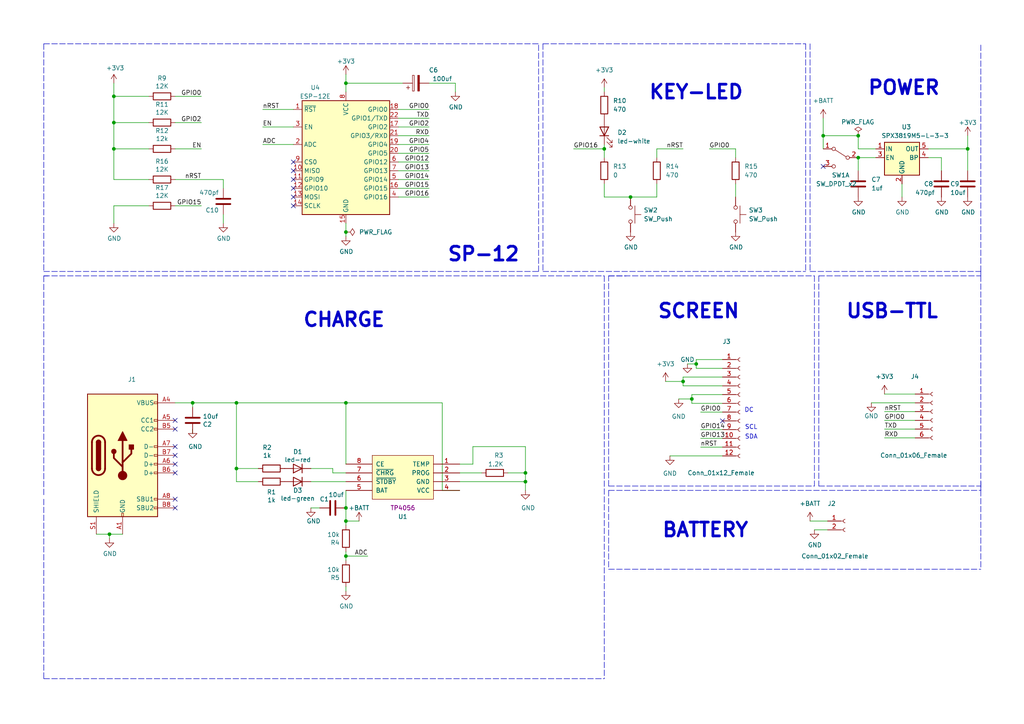
<source format=kicad_sch>
(kicad_sch (version 20211123) (generator eeschema)
  (paper "A4")
  (lib_symbols
    (symbol "Connector:Conn_01x02_Female" (pin_names (offset 1.016) hide)
      (property "Reference" "J" (at 0 2.54 0))
      (property "Value" "Conn_01x02_Female" (at 0 -5.08 0))
      (symbol "Conn_01x02_Female_1_1"
        (arc (start 0 -2.032) (mid -0.508 -2.54) (end 0 -3.048) (stroke (width 0.1524)))
        (polyline (pts (xy -1.27 -2.54) (xy -0.508 -2.54)) (stroke (width 0.1524)))
        (polyline (pts (xy -1.27 0) (xy -0.508 0)) (stroke (width 0.1524)))
        (arc (start 0 0.508) (mid -0.508 0) (end 0 -0.508) (stroke (width 0.1524)))
        (pin passive line (at -5.08 0 0) (length 3.81) (name "Pin_1") (number "1"))
        (pin passive line (at -5.08 -2.54 0) (length 3.81) (name "Pin_2") (number "2"))
      )
    )
    (symbol "Connector:Conn_01x06_Female" (pin_names (offset 1.016) hide)
      (property "Reference" "J" (at 0 7.62 0))
      (property "Value" "Conn_01x06_Female" (at 0 -10.16 0))
      (symbol "Conn_01x06_Female_1_1"
        (arc (start 0 -7.112) (mid -0.508 -7.62) (end 0 -8.128) (stroke (width 0.1524)))
        (arc (start 0 -4.572) (mid -0.508 -5.08) (end 0 -5.588) (stroke (width 0.1524)))
        (arc (start 0 -2.032) (mid -0.508 -2.54) (end 0 -3.048) (stroke (width 0.1524)))
        (polyline (pts (xy -1.27 -7.62) (xy -0.508 -7.62)) (stroke (width 0.1524)))
        (polyline (pts (xy -1.27 -5.08) (xy -0.508 -5.08)) (stroke (width 0.1524)))
        (polyline (pts (xy -1.27 -2.54) (xy -0.508 -2.54)) (stroke (width 0.1524)))
        (polyline (pts (xy -1.27 0) (xy -0.508 0)) (stroke (width 0.1524)))
        (polyline (pts (xy -1.27 2.54) (xy -0.508 2.54)) (stroke (width 0.1524)))
        (polyline (pts (xy -1.27 5.08) (xy -0.508 5.08)) (stroke (width 0.1524)))
        (arc (start 0 0.508) (mid -0.508 0) (end 0 -0.508) (stroke (width 0.1524)))
        (arc (start 0 3.048) (mid -0.508 2.54) (end 0 2.032) (stroke (width 0.1524)))
        (arc (start 0 5.588) (mid -0.508 5.08) (end 0 4.572) (stroke (width 0.1524)))
        (pin passive line (at -5.08 5.08 0) (length 3.81) (name "Pin_1") (number "1"))
        (pin passive line (at -5.08 2.54 0) (length 3.81) (name "Pin_2") (number "2"))
        (pin passive line (at -5.08 0 0) (length 3.81) (name "Pin_3") (number "3"))
        (pin passive line (at -5.08 -2.54 0) (length 3.81) (name "Pin_4") (number "4"))
        (pin passive line (at -5.08 -5.08 0) (length 3.81) (name "Pin_5") (number "5"))
        (pin passive line (at -5.08 -7.62 0) (length 3.81) (name "Pin_6") (number "6"))
      )
    )
    (symbol "Connector:Conn_01x12_Female" (pin_names (offset 1.016) hide)
      (property "Reference" "J" (at 0 15.24 0))
      (property "Value" "Conn_01x12_Female" (at 0 -17.78 0))
      (symbol "Conn_01x12_Female_1_1"
        (arc (start 0 -14.732) (mid -0.508 -15.24) (end 0 -15.748) (stroke (width 0.1524)))
        (arc (start 0 -12.192) (mid -0.508 -12.7) (end 0 -13.208) (stroke (width 0.1524)))
        (arc (start 0 -9.652) (mid -0.508 -10.16) (end 0 -10.668) (stroke (width 0.1524)))
        (arc (start 0 -7.112) (mid -0.508 -7.62) (end 0 -8.128) (stroke (width 0.1524)))
        (arc (start 0 -4.572) (mid -0.508 -5.08) (end 0 -5.588) (stroke (width 0.1524)))
        (arc (start 0 -2.032) (mid -0.508 -2.54) (end 0 -3.048) (stroke (width 0.1524)))
        (polyline (pts (xy -1.27 -15.24) (xy -0.508 -15.24)) (stroke (width 0.1524)))
        (polyline (pts (xy -1.27 -12.7) (xy -0.508 -12.7)) (stroke (width 0.1524)))
        (polyline (pts (xy -1.27 -10.16) (xy -0.508 -10.16)) (stroke (width 0.1524)))
        (polyline (pts (xy -1.27 -7.62) (xy -0.508 -7.62)) (stroke (width 0.1524)))
        (polyline (pts (xy -1.27 -5.08) (xy -0.508 -5.08)) (stroke (width 0.1524)))
        (polyline (pts (xy -1.27 -2.54) (xy -0.508 -2.54)) (stroke (width 0.1524)))
        (polyline (pts (xy -1.27 0) (xy -0.508 0)) (stroke (width 0.1524)))
        (polyline (pts (xy -1.27 2.54) (xy -0.508 2.54)) (stroke (width 0.1524)))
        (polyline (pts (xy -1.27 5.08) (xy -0.508 5.08)) (stroke (width 0.1524)))
        (polyline (pts (xy -1.27 7.62) (xy -0.508 7.62)) (stroke (width 0.1524)))
        (polyline (pts (xy -1.27 10.16) (xy -0.508 10.16)) (stroke (width 0.1524)))
        (polyline (pts (xy -1.27 12.7) (xy -0.508 12.7)) (stroke (width 0.1524)))
        (arc (start 0 0.508) (mid -0.508 0) (end 0 -0.508) (stroke (width 0.1524)))
        (arc (start 0 3.048) (mid -0.508 2.54) (end 0 2.032) (stroke (width 0.1524)))
        (arc (start 0 5.588) (mid -0.508 5.08) (end 0 4.572) (stroke (width 0.1524)))
        (arc (start 0 8.128) (mid -0.508 7.62) (end 0 7.112) (stroke (width 0.1524)))
        (arc (start 0 10.668) (mid -0.508 10.16) (end 0 9.652) (stroke (width 0.1524)))
        (arc (start 0 13.208) (mid -0.508 12.7) (end 0 12.192) (stroke (width 0.1524)))
        (pin passive line (at -5.08 12.7 0) (length 3.81) (name "Pin_1") (number "1"))
        (pin passive line (at -5.08 -10.16 0) (length 3.81) (name "Pin_10") (number "10"))
        (pin passive line (at -5.08 -12.7 0) (length 3.81) (name "Pin_11") (number "11"))
        (pin passive line (at -5.08 -15.24 0) (length 3.81) (name "Pin_12") (number "12"))
        (pin passive line (at -5.08 10.16 0) (length 3.81) (name "Pin_2") (number "2"))
        (pin passive line (at -5.08 7.62 0) (length 3.81) (name "Pin_3") (number "3"))
        (pin passive line (at -5.08 5.08 0) (length 3.81) (name "Pin_4") (number "4"))
        (pin passive line (at -5.08 2.54 0) (length 3.81) (name "Pin_5") (number "5"))
        (pin passive line (at -5.08 0 0) (length 3.81) (name "Pin_6") (number "6"))
        (pin passive line (at -5.08 -2.54 0) (length 3.81) (name "Pin_7") (number "7"))
        (pin passive line (at -5.08 -5.08 0) (length 3.81) (name "Pin_8") (number "8"))
        (pin passive line (at -5.08 -7.62 0) (length 3.81) (name "Pin_9") (number "9"))
      )
    )
    (symbol "Connector:USB_C_Receptacle_USB2.0" (pin_names (offset 1.016))
      (property "Reference" "J" (at -10.16 19.05 0))
      (property "Value" "USB_C_Receptacle_USB2.0" (at 19.05 19.05 0))
      (symbol "USB_C_Receptacle_USB2.0_0_0"
        (rectangle (start -0.254 -17.78) (end 0.254 -16.764))
        (rectangle (start 10.16 -14.986) (end 9.144 -15.494))
        (rectangle (start 10.16 -12.446) (end 9.144 -12.954))
        (rectangle (start 10.16 -4.826) (end 9.144 -5.334))
        (rectangle (start 10.16 -2.286) (end 9.144 -2.794))
        (rectangle (start 10.16 0.254) (end 9.144 -0.254))
        (rectangle (start 10.16 2.794) (end 9.144 2.286))
        (rectangle (start 10.16 7.874) (end 9.144 7.366))
        (rectangle (start 10.16 10.414) (end 9.144 9.906))
        (rectangle (start 10.16 15.494) (end 9.144 14.986))
      )
      (symbol "USB_C_Receptacle_USB2.0_0_1"
        (rectangle (start -10.16 17.78) (end 10.16 -17.78) (stroke (width 0.254)) (fill (type background)))
        (arc (start -8.89 -3.81) (mid -6.985 -5.715) (end -5.08 -3.81) (stroke (width 0.508)))
        (arc (start -7.62 -3.81) (mid -6.985 -4.445) (end -6.35 -3.81) (stroke (width 0.254)))
        (arc (start -7.62 -3.81) (mid -6.985 -4.445) (end -6.35 -3.81) (stroke (width 0.254)) (fill (type outline)))
        (rectangle (start -7.62 -3.81) (end -6.35 3.81) (stroke (width 0.254)) (fill (type outline)))
        (arc (start -6.35 3.81) (mid -6.985 4.445) (end -7.62 3.81) (stroke (width 0.254)))
        (arc (start -6.35 3.81) (mid -6.985 4.445) (end -7.62 3.81) (stroke (width 0.254)) (fill (type outline)))
        (arc (start -5.08 3.81) (mid -6.985 5.715) (end -8.89 3.81) (stroke (width 0.508)))
        (circle (center -2.54 1.143) (radius 0.635) (stroke (width 0.254)) (fill (type outline)))
        (circle (center 0 -5.842) (radius 1.27) (fill (type outline)))
        (polyline (pts (xy -8.89 -3.81) (xy -8.89 3.81)) (stroke (width 0.508)))
        (polyline (pts (xy -5.08 3.81) (xy -5.08 -3.81)) (stroke (width 0.508)))
        (polyline (pts (xy 0 -5.842) (xy 0 4.318)) (stroke (width 0.508)))
        (polyline (pts (xy 0 -3.302) (xy -2.54 -0.762) (xy -2.54 0.508)) (stroke (width 0.508)))
        (polyline (pts (xy 0 -2.032) (xy 2.54 0.508) (xy 2.54 1.778)) (stroke (width 0.508)))
        (polyline (pts (xy -1.27 4.318) (xy 0 6.858) (xy 1.27 4.318) (xy -1.27 4.318)) (stroke (width 0.254)) (fill (type outline)))
        (rectangle (start 1.905 1.778) (end 3.175 3.048) (stroke (width 0.254)) (fill (type outline)))
      )
      (symbol "USB_C_Receptacle_USB2.0_1_1"
        (pin passive line (at 0 -22.86 90) (length 5.08) (name "GND") (number "A1"))
        (pin passive line (at 0 -22.86 90) (length 5.08) hide (name "GND") (number "A12"))
        (pin passive line (at 15.24 15.24 180) (length 5.08) (name "VBUS") (number "A4"))
        (pin bidirectional line (at 15.24 10.16 180) (length 5.08) (name "CC1") (number "A5"))
        (pin bidirectional line (at 15.24 -2.54 180) (length 5.08) (name "D+") (number "A6"))
        (pin bidirectional line (at 15.24 2.54 180) (length 5.08) (name "D-") (number "A7"))
        (pin bidirectional line (at 15.24 -12.7 180) (length 5.08) (name "SBU1") (number "A8"))
        (pin passive line (at 15.24 15.24 180) (length 5.08) hide (name "VBUS") (number "A9"))
        (pin passive line (at 0 -22.86 90) (length 5.08) hide (name "GND") (number "B1"))
        (pin passive line (at 0 -22.86 90) (length 5.08) hide (name "GND") (number "B12"))
        (pin passive line (at 15.24 15.24 180) (length 5.08) hide (name "VBUS") (number "B4"))
        (pin bidirectional line (at 15.24 7.62 180) (length 5.08) (name "CC2") (number "B5"))
        (pin bidirectional line (at 15.24 -5.08 180) (length 5.08) (name "D+") (number "B6"))
        (pin bidirectional line (at 15.24 0 180) (length 5.08) (name "D-") (number "B7"))
        (pin bidirectional line (at 15.24 -15.24 180) (length 5.08) (name "SBU2") (number "B8"))
        (pin passive line (at 15.24 15.24 180) (length 5.08) hide (name "VBUS") (number "B9"))
        (pin passive line (at -7.62 -22.86 90) (length 5.08) (name "SHIELD") (number "S1"))
      )
    )
    (symbol "Device:C" (pin_numbers hide) (pin_names (offset 0.254))
      (property "Reference" "C" (at 0.635 2.54 0))
      (property "Value" "C" (at 0.635 -2.54 0))
      (symbol "C_0_1"
        (polyline (pts (xy -2.032 -0.762) (xy 2.032 -0.762)) (stroke (width 0.508)))
        (polyline (pts (xy -2.032 0.762) (xy 2.032 0.762)) (stroke (width 0.508)))
      )
      (symbol "C_1_1"
        (pin passive line (at 0 3.81 270) (length 2.794) (name "~") (number "1"))
        (pin passive line (at 0 -3.81 90) (length 2.794) (name "~") (number "2"))
      )
    )
    (symbol "Device:C_Polarized" (pin_numbers hide) (pin_names (offset 0.254))
      (property "Reference" "C" (at 0.635 2.54 0))
      (property "Value" "C_Polarized" (at 0.635 -2.54 0))
      (symbol "C_Polarized_0_1"
        (rectangle (start -2.286 0.508) (end 2.286 1.016))
        (polyline (pts (xy -1.778 2.286) (xy -0.762 2.286)))
        (polyline (pts (xy -1.27 2.794) (xy -1.27 1.778)))
        (rectangle (start 2.286 -0.508) (end -2.286 -1.016) (fill (type outline)))
      )
      (symbol "C_Polarized_1_1"
        (pin passive line (at 0 3.81 270) (length 2.794) (name "~") (number "1"))
        (pin passive line (at 0 -3.81 90) (length 2.794) (name "~") (number "2"))
      )
    )
    (symbol "Device:D" (pin_numbers hide) (pin_names (offset 1.016) hide)
      (property "Reference" "D" (at 0 2.54 0))
      (property "Value" "D" (at 0 -2.54 0))
      (symbol "D_0_1"
        (polyline (pts (xy -1.27 1.27) (xy -1.27 -1.27)) (stroke (width 0.254)))
        (polyline (pts (xy 1.27 0) (xy -1.27 0)))
        (polyline (pts (xy 1.27 1.27) (xy 1.27 -1.27) (xy -1.27 0) (xy 1.27 1.27)) (stroke (width 0.254)))
      )
      (symbol "D_1_1"
        (pin passive line (at -3.81 0 0) (length 2.54) (name "K") (number "1"))
        (pin passive line (at 3.81 0 180) (length 2.54) (name "A") (number "2"))
      )
    )
    (symbol "Device:LED" (pin_numbers hide) (pin_names (offset 1.016) hide)
      (property "Reference" "D" (at 0 2.54 0))
      (property "Value" "LED" (at 0 -2.54 0))
      (symbol "LED_0_1"
        (polyline (pts (xy -1.27 -1.27) (xy -1.27 1.27)) (stroke (width 0.254)))
        (polyline (pts (xy -1.27 0) (xy 1.27 0)))
        (polyline (pts (xy 1.27 -1.27) (xy 1.27 1.27) (xy -1.27 0) (xy 1.27 -1.27)) (stroke (width 0.254)))
        (polyline (pts (xy -3.048 -0.762) (xy -4.572 -2.286) (xy -3.81 -2.286) (xy -4.572 -2.286) (xy -4.572 -1.524)))
        (polyline (pts (xy -1.778 -0.762) (xy -3.302 -2.286) (xy -2.54 -2.286) (xy -3.302 -2.286) (xy -3.302 -1.524)))
      )
      (symbol "LED_1_1"
        (pin passive line (at -3.81 0 0) (length 2.54) (name "K") (number "1"))
        (pin passive line (at 3.81 0 180) (length 2.54) (name "A") (number "2"))
      )
    )
    (symbol "Device:R" (pin_numbers hide) (pin_names (offset 0))
      (property "Reference" "R" (at 2.032 0 90))
      (property "Value" "R" (at 0 0 90))
      (symbol "R_0_1"
        (rectangle (start -1.016 -2.54) (end 1.016 2.54) (stroke (width 0.254)))
      )
      (symbol "R_1_1"
        (pin passive line (at 0 3.81 270) (length 1.27) (name "~") (number "1"))
        (pin passive line (at 0 -3.81 90) (length 1.27) (name "~") (number "2"))
      )
    )
    (symbol "RF_Module:ESP-12E"
      (property "Reference" "U" (at -12.7 19.05 0))
      (property "Value" "ESP-12E" (at 12.7 19.05 0))
      (symbol "ESP-12E_0_1"
        (rectangle (start -12.7 17.78) (end 12.7 -15.24) (stroke (width 0.254)) (fill (type background)))
      )
      (symbol "ESP-12E_1_1"
        (pin input line (at -15.24 15.24 0) (length 2.54) (name "~{RST}") (number "1"))
        (pin bidirectional line (at -15.24 -2.54 0) (length 2.54) (name "MISO") (number "10"))
        (pin bidirectional line (at -15.24 -5.08 0) (length 2.54) (name "GPIO9") (number "11"))
        (pin bidirectional line (at -15.24 -7.62 0) (length 2.54) (name "GPIO10") (number "12"))
        (pin bidirectional line (at -15.24 -10.16 0) (length 2.54) (name "MOSI") (number "13"))
        (pin bidirectional line (at -15.24 -12.7 0) (length 2.54) (name "SCLK") (number "14"))
        (pin power_in line (at 0 -17.78 90) (length 2.54) (name "GND") (number "15"))
        (pin bidirectional line (at 15.24 -7.62 180) (length 2.54) (name "GPIO15") (number "16"))
        (pin bidirectional line (at 15.24 10.16 180) (length 2.54) (name "GPIO2") (number "17"))
        (pin bidirectional line (at 15.24 15.24 180) (length 2.54) (name "GPIO0") (number "18"))
        (pin bidirectional line (at 15.24 5.08 180) (length 2.54) (name "GPIO4") (number "19"))
        (pin input line (at -15.24 5.08 0) (length 2.54) (name "ADC") (number "2"))
        (pin bidirectional line (at 15.24 2.54 180) (length 2.54) (name "GPIO5") (number "20"))
        (pin bidirectional line (at 15.24 7.62 180) (length 2.54) (name "GPIO3/RXD") (number "21"))
        (pin bidirectional line (at 15.24 12.7 180) (length 2.54) (name "GPIO1/TXD") (number "22"))
        (pin input line (at -15.24 10.16 0) (length 2.54) (name "EN") (number "3"))
        (pin bidirectional line (at 15.24 -10.16 180) (length 2.54) (name "GPIO16") (number "4"))
        (pin bidirectional line (at 15.24 -5.08 180) (length 2.54) (name "GPIO14") (number "5"))
        (pin bidirectional line (at 15.24 0 180) (length 2.54) (name "GPIO12") (number "6"))
        (pin bidirectional line (at 15.24 -2.54 180) (length 2.54) (name "GPIO13") (number "7"))
        (pin power_in line (at 0 20.32 270) (length 2.54) (name "VCC") (number "8"))
        (pin input line (at -15.24 0 0) (length 2.54) (name "CS0") (number "9"))
      )
    )
    (symbol "Regulator_Linear:SPX3819M5-L-3-3" (pin_names (offset 0.254))
      (property "Reference" "U" (at -3.81 5.715 0))
      (property "Value" "SPX3819M5-L-3-3" (at 0 5.715 0))
      (symbol "SPX3819M5-L-3-3_0_1"
        (rectangle (start -5.08 4.445) (end 5.08 -5.08) (stroke (width 0.254)) (fill (type background)))
      )
      (symbol "SPX3819M5-L-3-3_1_1"
        (pin power_in line (at -7.62 2.54 0) (length 2.54) (name "IN") (number "1"))
        (pin power_in line (at 0 -7.62 90) (length 2.54) (name "GND") (number "2"))
        (pin input line (at -7.62 0 0) (length 2.54) (name "EN") (number "3"))
        (pin input line (at 7.62 0 180) (length 2.54) (name "BP") (number "4"))
        (pin power_out line (at 7.62 2.54 180) (length 2.54) (name "OUT") (number "5"))
      )
    )
    (symbol "Switch:SW_DPDT_x2" (pin_names (offset 0) hide)
      (property "Reference" "SW" (at 0 4.318 0))
      (property "Value" "SW_DPDT_x2" (at 0 -5.08 0))
      (symbol "SW_DPDT_x2_0_0"
        (circle (center -2.032 0) (radius 0.508))
        (circle (center 2.032 -2.54) (radius 0.508))
      )
      (symbol "SW_DPDT_x2_0_1"
        (polyline (pts (xy -1.524 0.254) (xy 1.651 2.286)))
        (circle (center 2.032 2.54) (radius 0.508))
      )
      (symbol "SW_DPDT_x2_1_1"
        (pin passive line (at 5.08 2.54 180) (length 2.54) (name "A") (number "1"))
        (pin passive line (at -5.08 0 0) (length 2.54) (name "B") (number "2"))
        (pin passive line (at 5.08 -2.54 180) (length 2.54) (name "C") (number "3"))
      )
      (symbol "SW_DPDT_x2_2_1"
        (pin passive line (at 5.08 2.54 180) (length 2.54) (name "A") (number "4"))
        (pin passive line (at -5.08 0 0) (length 2.54) (name "B") (number "5"))
        (pin passive line (at 5.08 -2.54 180) (length 2.54) (name "C") (number "6"))
      )
    )
    (symbol "Switch:SW_Push" (pin_numbers hide) (pin_names (offset 1.016) hide)
      (property "Reference" "SW" (at 1.27 2.54 0))
      (property "Value" "SW_Push" (at 0 -1.524 0))
      (symbol "SW_Push_0_1"
        (circle (center -2.032 0) (radius 0.508))
        (polyline (pts (xy 0 1.27) (xy 0 3.048)))
        (polyline (pts (xy 2.54 1.27) (xy -2.54 1.27)))
        (circle (center 2.032 0) (radius 0.508))
        (pin passive line (at -5.08 0 0) (length 2.54) (name "1") (number "1"))
        (pin passive line (at 5.08 0 180) (length 2.54) (name "2") (number "2"))
      )
    )
    (symbol "lc_IC:TP4056_[C16581]" (pin_names (offset 1.016))
      (property "Reference" "U" (at -0.0254 1.27 0))
      (property "Comment" "TP4056" (at 3.7846 1.27 0))
      (symbol "TP4056_[C16581]_1_1"
        (rectangle (start 7.62 -12.7) (end 25.4 0) (fill (type background)))
        (pin passive line (at 0 -2.54 0) (length 7.62) (name "TEMP") (number "1"))
        (pin passive line (at 0 -5.08 0) (length 7.62) (name "PROG") (number "2"))
        (pin passive line (at 0 -7.62 0) (length 7.62) (name "GND") (number "3"))
        (pin passive line (at 0 -10.16 0) (length 7.62) (name "VCC") (number "4"))
        (pin passive line (at 33.02 -10.16 180) (length 7.62) (name "BAT") (number "5"))
        (pin passive line (at 33.02 -7.62 180) (length 7.62) (name "~{STDBY}") (number "6"))
        (pin passive line (at 33.02 -5.08 180) (length 7.62) (name "~{CHRG}") (number "7"))
        (pin passive line (at 33.02 -2.54 180) (length 7.62) (name "CE") (number "8"))
      )
    )
    (symbol "power:+3V3" (power) (pin_names (offset 0))
      (property "Value" "+3V3" (at 0 3.556 0))
      (symbol "+3V3_0_1"
        (polyline (pts (xy -0.762 1.27) (xy 0 2.54)))
        (polyline (pts (xy 0 0) (xy 0 2.54)))
        (polyline (pts (xy 0 2.54) (xy 0.762 1.27)))
      )
      (symbol "+3V3_1_1"
        (pin power_in line (at 0 0 90) (length 0) hide (name "+3V3") (number "1"))
      )
    )
    (symbol "power:+BATT" (power) (pin_names (offset 0))
      (property "Value" "+BATT" (at 0 3.556 0))
      (symbol "+BATT_0_1"
        (polyline (pts (xy -0.762 1.27) (xy 0 2.54)))
        (polyline (pts (xy 0 0) (xy 0 2.54)))
        (polyline (pts (xy 0 2.54) (xy 0.762 1.27)))
      )
      (symbol "+BATT_1_1"
        (pin power_in line (at 0 0 90) (length 0) hide (name "+BATT") (number "1"))
      )
    )
    (symbol "power:GND" (power) (pin_names (offset 0))
      (property "Value" "GND" (at 0 -3.81 0))
      (symbol "GND_0_1"
        (polyline (pts (xy 0 0) (xy 0 -1.27) (xy 1.27 -1.27) (xy 0 -2.54) (xy -1.27 -1.27) (xy 0 -1.27)))
      )
      (symbol "GND_1_1"
        (pin power_in line (at 0 0 270) (length 0) hide (name "GND") (number "1"))
      )
    )
    (symbol "power:PWR_FLAG" (power) (pin_numbers hide) (pin_names (offset 0) hide)
      (property "Value" "PWR_FLAG" (at 0 3.81 0))
      (symbol "PWR_FLAG_0_0"
        (pin power_out line (at 0 0 90) (length 0) (name "pwr") (number "1"))
      )
      (symbol "PWR_FLAG_0_1"
        (polyline (pts (xy 0 0) (xy 0 1.27) (xy -1.016 1.905) (xy 0 2.54) (xy 1.016 1.905) (xy 0 1.27)))
      )
    )
  )
  (junction (at 55.88 116.84))
  (junction (at 100.33 151.13))
  (junction (at 100.33 161.29))
  (junction (at 175.26 43.18))
  (junction (at 100.33 67.31))
  (junction (at 201.93 105.5588))
  (junction (at 182.88 57.15))
  (junction (at 68.58 116.84))
  (junction (at 238.76 39.37))
  (junction (at 248.92 45.72))
  (junction (at 33.02 35.56))
  (junction (at 33.02 27.94))
  (junction (at 68.58 135.89))
  (junction (at 198.12 110.6388))
  (junction (at 100.33 116.84))
  (junction (at 100.33 24.13))
  (junction (at 280.67 43.18))
  (junction (at 31.75 154.94))
  (junction (at 152.4 137.16))
  (junction (at 33.02 43.18))
  (junction (at 200.66 115.7188))
  (junction (at 100.33 147.32))
  (junction (at 152.4 139.7))
  (junction (at 248.92 39.37))
  (no_connect (at 50.8 137.16))
  (no_connect (at 85.09 49.53))
  (no_connect (at 50.8 144.78))
  (no_connect (at 209.55 122.0688))
  (no_connect (at 50.8 134.62))
  (no_connect (at 85.09 54.61))
  (no_connect (at 50.8 129.54))
  (no_connect (at 238.76 48.26))
  (no_connect (at 50.8 121.92))
  (no_connect (at 50.8 124.46))
  (no_connect (at 50.8 132.08))
  (no_connect (at 50.8 147.32))
  (no_connect (at 85.09 59.69))
  (no_connect (at 85.09 52.07))
  (no_connect (at 85.09 57.15))
  (no_connect (at 85.09 46.99))
  (wire (pts (xy 33.02 43.18) (xy 43.18 43.18)))
  (wire (pts (xy 100.33 24.13) (xy 100.33 26.67)))
  (wire (pts (xy 252.73 116.84) (xy 265.43 116.84)))
  (wire (pts (xy 200.66 114.4488) (xy 209.55 114.4488)))
  (wire (pts (xy 200.66 115.7188) (xy 200.66 116.9888)))
  (polyline (pts (xy 284.48 78.74) (xy 284.48 80.01)))
  (wire (pts (xy 256.54 124.46) (xy 265.43 124.46)))
  (wire (pts (xy 27.94 154.94) (xy 31.75 154.94)))
  (wire (pts (xy 55.88 116.84) (xy 55.88 118.11)))
  (wire (pts (xy 196.85 115.7188) (xy 200.66 115.7188)))
  (wire (pts (xy 100.33 162.56) (xy 100.33 161.29)))
  (wire (pts (xy 115.57 34.29) (xy 124.46 34.29)))
  (wire (pts (xy 100.33 161.29) (xy 106.68 161.29)))
  (wire (pts (xy 152.4 142.24) (xy 152.4 139.7)))
  (polyline (pts (xy 237.49 80.01) (xy 284.48 80.01)))
  (wire (pts (xy 269.24 43.18) (xy 280.67 43.18)))
  (wire (pts (xy 85.09 36.83) (xy 76.2 36.83)))
  (polyline (pts (xy 12.7 80.01) (xy 13.97 80.01)))
  (wire (pts (xy 124.46 24.13) (xy 132.08 24.13)))
  (wire (pts (xy 90.17 135.89) (xy 96.52 135.89)))
  (wire (pts (xy 33.02 59.69) (xy 43.18 59.69)))
  (polyline (pts (xy 176.53 140.97) (xy 236.22 140.97)))
  (wire (pts (xy 68.58 116.84) (xy 100.33 116.84)))
  (polyline (pts (xy 233.68 12.7) (xy 233.68 78.74)))
  (wire (pts (xy 85.09 31.75) (xy 76.2 31.75)))
  (wire (pts (xy 133.35 137.16) (xy 139.7 137.16)))
  (wire (pts (xy 100.33 147.32) (xy 100.33 142.24)))
  (wire (pts (xy 201.93 104.2888) (xy 209.55 104.2888)))
  (wire (pts (xy 50.8 52.07) (xy 64.77 52.07)))
  (wire (pts (xy 190.5 45.72) (xy 190.5 43.18)))
  (polyline (pts (xy 176.53 80.01) (xy 181.61 80.01)))
  (wire (pts (xy 198.12 111.9088) (xy 209.55 111.9088)))
  (polyline (pts (xy 157.48 12.7) (xy 233.68 12.7)))
  (polyline (pts (xy 176.53 80.01) (xy 236.22 80.01)))
  (wire (pts (xy 203.2 124.6088) (xy 209.55 124.6088)))
  (wire (pts (xy 68.58 139.7) (xy 68.58 135.89)))
  (wire (pts (xy 280.67 43.18) (xy 280.67 49.53)))
  (wire (pts (xy 100.33 171.45) (xy 100.33 170.18)))
  (polyline (pts (xy 176.53 140.97) (xy 176.53 80.01)))
  (wire (pts (xy 236.22 153.67) (xy 240.03 153.67)))
  (wire (pts (xy 132.08 24.13) (xy 132.08 26.67)))
  (wire (pts (xy 203.2 127.1488) (xy 209.55 127.1488)))
  (wire (pts (xy 100.33 116.84) (xy 100.33 134.62)))
  (wire (pts (xy 256.54 121.92) (xy 265.43 121.92)))
  (polyline (pts (xy 284.48 139.7) (xy 284.48 142.24)))
  (wire (pts (xy 133.35 139.7) (xy 152.4 139.7)))
  (wire (pts (xy 100.33 152.4) (xy 100.33 151.13)))
  (wire (pts (xy 200.66 116.9888) (xy 209.55 116.9888)))
  (polyline (pts (xy 234.95 12.7) (xy 234.95 78.74)))
  (wire (pts (xy 90.17 147.32) (xy 92.71 147.32)))
  (wire (pts (xy 256.54 127) (xy 265.43 127)))
  (polyline (pts (xy 176.53 142.24) (xy 176.53 165.1)))
  (wire (pts (xy 152.4 137.16) (xy 152.4 139.7)))
  (wire (pts (xy 175.26 25.4) (xy 175.26 26.67)))
  (wire (pts (xy 50.8 59.69) (xy 58.42 59.69)))
  (wire (pts (xy 68.58 116.84) (xy 68.58 135.89)))
  (wire (pts (xy 234.95 151.13) (xy 240.03 151.13)))
  (wire (pts (xy 33.02 59.69) (xy 33.02 64.77)))
  (wire (pts (xy 31.75 154.94) (xy 31.75 156.21)))
  (polyline (pts (xy 284.48 142.24) (xy 284.48 140.97)))
  (wire (pts (xy 100.33 161.29) (xy 100.33 160.02)))
  (wire (pts (xy 175.26 41.91) (xy 175.26 43.18)))
  (wire (pts (xy 256.54 114.3) (xy 265.43 114.3)))
  (polyline (pts (xy 284.48 142.24) (xy 284.48 165.1)))
  (wire (pts (xy 74.93 139.7) (xy 68.58 139.7)))
  (wire (pts (xy 261.62 57.15) (xy 261.62 53.34)))
  (wire (pts (xy 115.57 46.99) (xy 124.46 46.99)))
  (polyline (pts (xy 234.95 78.74) (xy 284.48 78.74)))
  (polyline (pts (xy 284.48 80.01) (xy 284.48 140.97)))
  (wire (pts (xy 74.93 135.89) (xy 68.58 135.89)))
  (wire (pts (xy 50.8 116.84) (xy 55.88 116.84)))
  (polyline (pts (xy 12.7 196.85) (xy 175.26 196.85)))
  (wire (pts (xy 201.93 105.5588) (xy 201.93 104.2888)))
  (polyline (pts (xy 237.49 140.97) (xy 284.48 140.97)))
  (wire (pts (xy 248.92 45.72) (xy 248.92 49.53)))
  (wire (pts (xy 190.5 57.15) (xy 182.88 57.15)))
  (wire (pts (xy 33.02 24.13) (xy 33.02 27.94)))
  (wire (pts (xy 238.76 34.29) (xy 238.76 39.37)))
  (wire (pts (xy 152.4 129.54) (xy 152.4 137.16)))
  (polyline (pts (xy 176.53 165.1) (xy 284.48 165.1)))
  (wire (pts (xy 128.27 116.84) (xy 100.33 116.84)))
  (wire (pts (xy 128.27 142.24) (xy 133.35 142.24)))
  (wire (pts (xy 33.02 52.07) (xy 43.18 52.07)))
  (wire (pts (xy 100.33 21.59) (xy 100.33 24.13)))
  (wire (pts (xy 201.93 106.8288) (xy 201.93 105.5588)))
  (wire (pts (xy 175.26 57.15) (xy 182.88 57.15)))
  (polyline (pts (xy 12.7 12.7) (xy 12.7 78.74)))
  (wire (pts (xy 115.57 41.91) (xy 124.46 41.91)))
  (wire (pts (xy 115.57 39.37) (xy 124.46 39.37)))
  (polyline (pts (xy 157.48 78.74) (xy 233.68 78.74)))
  (wire (pts (xy 96.52 135.89) (xy 96.52 137.16)))
  (polyline (pts (xy 284.48 78.74) (xy 284.48 12.7)))
  (wire (pts (xy 33.02 43.18) (xy 33.02 52.07)))
  (wire (pts (xy 198.12 111.9088) (xy 198.12 110.6388)))
  (wire (pts (xy 33.02 35.56) (xy 33.02 43.18)))
  (wire (pts (xy 50.8 43.18) (xy 58.42 43.18)))
  (wire (pts (xy 248.92 43.18) (xy 248.92 39.37)))
  (polyline (pts (xy 157.48 12.7) (xy 157.48 78.74)))
  (wire (pts (xy 31.75 154.94) (xy 35.56 154.94)))
  (wire (pts (xy 190.5 43.18) (xy 198.12 43.18)))
  (wire (pts (xy 137.16 129.54) (xy 152.4 129.54)))
  (wire (pts (xy 200.66 114.4488) (xy 200.66 115.7188)))
  (polyline (pts (xy 12.7 80.01) (xy 175.26 80.01)))
  (polyline (pts (xy 176.53 142.24) (xy 284.48 142.24)))
  (wire (pts (xy 175.26 43.18) (xy 175.26 45.72)))
  (polyline (pts (xy 237.49 80.01) (xy 237.49 140.97)))
  (wire (pts (xy 198.12 110.6388) (xy 198.12 109.3688)))
  (wire (pts (xy 115.57 57.15) (xy 124.46 57.15)))
  (wire (pts (xy 96.52 137.16) (xy 100.33 137.16)))
  (wire (pts (xy 205.74 43.18) (xy 213.36 43.18)))
  (wire (pts (xy 55.88 116.84) (xy 68.58 116.84)))
  (wire (pts (xy 273.05 45.72) (xy 273.05 49.53)))
  (wire (pts (xy 213.36 45.72) (xy 213.36 43.18)))
  (wire (pts (xy 213.36 57.15) (xy 213.36 53.34)))
  (wire (pts (xy 248.92 39.37) (xy 238.76 39.37)))
  (polyline (pts (xy 12.7 143.51) (xy 12.7 80.01)))
  (polyline (pts (xy 236.22 80.01) (xy 236.22 140.97)))
  (wire (pts (xy 115.57 31.75) (xy 124.46 31.75)))
  (wire (pts (xy 193.04 110.6388) (xy 198.12 110.6388)))
  (wire (pts (xy 100.33 139.7) (xy 90.17 139.7)))
  (wire (pts (xy 100.33 67.31) (xy 100.33 68.58)))
  (wire (pts (xy 115.57 44.45) (xy 124.46 44.45)))
  (wire (pts (xy 280.67 39.37) (xy 280.67 43.18)))
  (wire (pts (xy 248.92 43.18) (xy 254 43.18)))
  (wire (pts (xy 100.33 151.13) (xy 100.33 147.32)))
  (wire (pts (xy 33.02 27.94) (xy 33.02 35.56)))
  (wire (pts (xy 201.93 106.8288) (xy 209.55 106.8288)))
  (polyline (pts (xy 12.7 144.78) (xy 12.7 196.85)))
  (wire (pts (xy 33.02 35.56) (xy 43.18 35.56)))
  (wire (pts (xy 50.8 27.94) (xy 58.42 27.94)))
  (wire (pts (xy 199.39 105.5588) (xy 201.93 105.5588)))
  (wire (pts (xy 64.77 62.23) (xy 64.77 64.77)))
  (wire (pts (xy 166.37 43.18) (xy 175.26 43.18)))
  (wire (pts (xy 115.57 36.83) (xy 124.46 36.83)))
  (polyline (pts (xy 175.26 80.01) (xy 175.26 196.85)))
  (wire (pts (xy 33.02 27.94) (xy 43.18 27.94)))
  (polyline (pts (xy 156.21 78.74) (xy 156.21 12.7)))
  (wire (pts (xy 64.77 52.07) (xy 64.77 54.61)))
  (wire (pts (xy 203.2 119.5288) (xy 209.55 119.5288)))
  (wire (pts (xy 194.31 132.2288) (xy 209.55 132.2288)))
  (wire (pts (xy 203.2 129.6888) (xy 209.55 129.6888)))
  (wire (pts (xy 115.57 49.53) (xy 124.46 49.53)))
  (wire (pts (xy 55.88 125.73) (xy 55.88 124.46)))
  (wire (pts (xy 115.57 52.07) (xy 124.46 52.07)))
  (wire (pts (xy 100.33 64.77) (xy 100.33 67.31)))
  (wire (pts (xy 100.33 24.13) (xy 116.84 24.13)))
  (wire (pts (xy 256.54 119.38) (xy 265.43 119.38)))
  (wire (pts (xy 50.8 35.56) (xy 58.42 35.56)))
  (wire (pts (xy 115.57 54.61) (xy 124.46 54.61)))
  (polyline (pts (xy 12.7 78.74) (xy 156.21 78.74)))
  (wire (pts (xy 198.12 109.3688) (xy 209.55 109.3688)))
  (wire (pts (xy 137.16 134.62) (xy 137.16 129.54)))
  (wire (pts (xy 85.09 41.91) (xy 76.2 41.91)))
  (polyline (pts (xy 12.7 12.7) (xy 156.21 12.7)))
  (wire (pts (xy 269.24 45.72) (xy 273.05 45.72)))
  (wire (pts (xy 104.14 151.13) (xy 100.33 151.13)))
  (wire (pts (xy 175.26 53.34) (xy 175.26 57.15)))
  (wire (pts (xy 190.5 53.34) (xy 190.5 57.15)))
  (wire (pts (xy 128.27 142.24) (xy 128.27 116.84)))
  (wire (pts (xy 248.92 45.72) (xy 254 45.72)))
  (wire (pts (xy 147.32 137.16) (xy 152.4 137.16)))
  (wire (pts (xy 238.76 39.37) (xy 238.76 43.18)))
  (wire (pts (xy 133.35 134.62) (xy 137.16 134.62)))
  (text "KEY-LED" (at 187.96 29.21 0) (effects (font (size 4 4) (thickness 0.8) bold) (justify left bottom)))
  (text "POWER" (at 251.46 27.94 0) (effects (font (size 4 4) (thickness 0.8) bold) (justify left bottom)))
  (text "USB-TTL" (at 245.11 92.71 0) (effects (font (size 4 4) (thickness 0.8) bold) (justify left bottom)))
  (text "SCL" (at 216.027 124.7358 0) (effects (font (size 1.27 1.27)) (justify left bottom)))
  (text "SDA" (at 216.027 127.5298 0) (effects (font (size 1.27 1.27)) (justify left bottom)))
  (text "CHARGE\n" (at 87.63 95.25 0) (effects (font (size 4 4) (thickness 0.8) bold) (justify left bottom)))
  (text "BATTERY" (at 191.77 156.21 0) (effects (font (size 4 4) (thickness 0.8) bold) (justify left bottom)))
  (text "DC" (at 215.9 119.7828 0) (effects (font (size 1.27 1.27)) (justify left bottom)))
  (text "SCREEN" (at 190.5 92.71 0) (effects (font (size 4 4) (thickness 0.8) bold) (justify left bottom)))
  (text "SP-12\n" (at 129.54 76.2 0) (effects (font (size 4 4) (thickness 0.8) bold) (justify left bottom)))
  (label "ADC" (at 106.68 161.29 180))
  (label "nRST" (at 58.42 52.07 180))
  (label "GPIO2" (at 124.46 36.83 180))
  (label "GPIO0" (at 256.54 121.92 0))
  (label "EN" (at 76.2 36.83 0))
  (label "ADC" (at 76.2 41.91 0))
  (label "GPIO13" (at 203.2 127.1488 0))
  (label "RXD" (at 256.54 127 0))
  (label "GPIO14" (at 124.46 52.07 180))
  (label "nRST" (at 76.2 31.75 0))
  (label "GPIO0" (at 203.2 119.5288 0))
  (label "GPIO0" (at 124.46 31.75 180))
  (label "GPIO4" (at 124.46 41.91 180))
  (label "nRST" (at 203.2 129.6888 0))
  (label "GPIO16" (at 124.46 57.15 180))
  (label "GPIO13" (at 124.46 49.53 180))
  (label "GPIO16" (at 166.37 43.18 0))
  (label "TXD" (at 124.46 34.29 180))
  (label "nRST" (at 198.12 43.18 180))
  (label "nRST" (at 256.54 119.38 0))
  (label "GPIO0" (at 205.74 43.18 0))
  (label "RXD" (at 124.46 39.37 180))
  (label "GPIO15" (at 124.46 54.61 180))
  (label "GPIO12" (at 124.46 46.99 180))
  (label "EN" (at 58.42 43.18 180))
  (label "GPIO15" (at 58.42 59.69 180))
  (label "GPIO5" (at 124.46 44.45 180))
  (label "GPIO0" (at 58.42 27.94 180))
  (label "GPIO14" (at 203.2 124.6088 0))
  (label "TXD" (at 256.54 124.46 0))
  (label "GPIO2" (at 58.42 35.56 180))
  (symbol (lib_id "Device:D") (at 86.36 135.89 180) (unit 1)
    (property "Reference" "D1" (at 86.36 131.0386 0))
    (property "Value" "led-red" (at 86.36 133.35 0))
    (property "Footprint" "LED_SMD:LED_0603_1608Metric" (effects hide))
  )
  (symbol (lib_id "power:GND") (at 236.22 153.67 0) (unit 1)
    (property "Reference" "#PWR019" (effects hide))
    (property "Value" "GND" (at 236.347 158.0642 0))
  )
  (symbol (lib_id "power:GND") (at 64.77 64.77 0) (unit 1)
    (property "Reference" "#PWR012" (effects hide))
    (property "Value" "GND" (at 64.897 69.1642 0))
  )
  (symbol (lib_id "power:+3V3") (at 256.54 114.3 0) (unit 1)
    (property "Reference" "#PWR0101" (effects hide))
    (property "Value" "+3V3" (at 256.54 109.22 0))
  )
  (symbol (lib_id "power:GND") (at 31.75 156.21 0) (unit 1)
    (property "Reference" "#PWR0111" (effects hide))
    (property "Value" "GND" (at 31.877 160.6042 0))
  )
  (symbol (lib_id "power:GND") (at 55.88 124.46 0) (mirror y) (unit 1)
    (property "Reference" "#PWR0109" (effects hide))
    (property "Value" "GND" (at 54.61 129.54 0) (effects (justify right)))
  )
  (symbol (lib_id "Device:C") (at 64.77 58.42 180) (unit 1)
    (property "Reference" "C10" (at 63.5 60.96 0) (effects (justify left)))
    (property "Value" "470pf" (at 63.5 55.88 0) (effects (justify left)))
    (property "Footprint" "Capacitor_SMD:C_0603_1608Metric" (effects hide))
  )
  (symbol (lib_id "power:GND") (at 261.62 57.15 0) (unit 1)
    (property "Reference" "#PWR08" (effects hide))
    (property "Value" "GND" (at 261.747 61.5442 0))
  )
  (symbol (lib_id "Device:C") (at 280.67 53.34 0) (unit 1)
    (property "Reference" "C9" (at 275.59 53.34 0) (effects (justify left)))
    (property "Value" "10uf" (at 275.59 55.88 0) (effects (justify left)))
    (property "Footprint" "Capacitor_SMD:C_0603_1608Metric" (effects hide))
  )
  (symbol (lib_id "Device:R") (at 46.99 43.18 270) (unit 1)
    (property "Reference" "R12" (at 46.99 37.9222 90))
    (property "Value" "12k" (at 46.99 40.2336 90))
    (property "Footprint" "Resistor_SMD:R_0402_1005Metric" (effects hide))
  )
  (symbol (lib_id "Device:C") (at 55.88 121.92 0) (mirror x) (unit 1)
    (property "Reference" "C2" (at 58.801 123.0884 0) (effects (justify left)))
    (property "Value" "10uf" (at 58.801 120.777 0) (effects (justify left)))
    (property "Footprint" "Capacitor_SMD:C_0603_1608Metric" (effects hide))
  )
  (symbol (lib_id "Connector:USB_C_Receptacle_USB2.0") (at 35.56 132.08 0) (unit 1)
    (property "Reference" "J1" (at 38.2778 110.0582 0))
    (property "Value" "USB_C_Receptacle_USB2.0" (effects hide))
    (property "Footprint" "Connector_USB:USB_C_Receptacle_HRO_TYPE-C-31-M-12" (effects hide))
    (property "Datasheet" "https://www.usb.org/sites/default/files/documents/usb_type-c.zip" (effects hide))
  )
  (symbol (lib_id "power:+3V3") (at 175.26 25.4 0) (unit 1)
    (property "Reference" "#PWR03" (effects hide))
    (property "Value" "+3V3" (at 175.26 20.32 0))
  )
  (symbol (lib_id "Device:R") (at 78.74 139.7 270) (unit 1)
    (property "Reference" "R1" (at 78.74 142.7226 90))
    (property "Value" "1k" (at 78.74 145.034 90))
    (property "Footprint" "Resistor_SMD:R_0603_1608Metric" (effects hide))
  )
  (symbol (lib_id "Device:C") (at 96.52 147.32 270) (mirror x) (unit 1)
    (property "Reference" "C1" (at 92.71 144.78 90) (effects (justify left)))
    (property "Value" "10uf" (at 95.25 143.51 90) (effects (justify left)))
    (property "Footprint" "Capacitor_SMD:C_0603_1608Metric" (effects hide))
  )
  (symbol (lib_id "Connector:Conn_01x06_Female") (at 270.51 119.38 0) (unit 1)
    (property "Reference" "J4" (at 264.16 109.22 0) (effects (justify left)))
    (property "Value" "Conn_01x06_Female" (at 255.27 132.08 0) (effects (justify left)))
    (property "Footprint" "Connector_PinHeader_1.27mm:PinHeader_1x06_P1.27mm_Vertical" (effects hide))
  )
  (symbol (lib_id "Device:R") (at 46.99 52.07 270) (unit 1)
    (property "Reference" "R16" (at 46.99 46.8122 90))
    (property "Value" "12K" (at 46.99 49.1236 90))
    (property "Footprint" "Resistor_SMD:R_0402_1005Metric" (effects hide))
  )
  (symbol (lib_id "Connector:Conn_01x12_Female") (at 214.63 116.9888 0) (unit 1)
    (property "Reference" "J3" (at 209.55 99.06 0) (effects (justify left)))
    (property "Value" "Conn_01x12_Female" (at 199.39 137.16 0) (effects (justify left)))
    (property "Footprint" "My-lib:TFT_1.4_12_front" (effects hide))
  )
  (symbol (lib_id "power:+BATT") (at 104.14 151.13 0) (unit 1)
    (property "Reference" "#PWR0115" (effects hide))
    (property "Value" "+BATT" (at 104.14 147.32 0))
  )
  (symbol (lib_id "Device:R") (at 46.99 35.56 270) (unit 1)
    (property "Reference" "R11" (at 46.99 30.3022 90))
    (property "Value" "12K" (at 46.99 32.6136 90))
    (property "Footprint" "Resistor_SMD:R_0402_1005Metric" (effects hide))
  )
  (symbol (lib_id "power:GND") (at 33.02 64.77 0) (unit 1)
    (property "Reference" "#PWR011" (effects hide))
    (property "Value" "GND" (at 33.147 69.1642 0))
  )
  (symbol (lib_id "power:GND") (at 252.73 116.84 0) (mirror y) (unit 1)
    (property "Reference" "#PWR027" (effects hide))
    (property "Value" "GND" (at 252.73 120.65 0))
  )
  (symbol (lib_id "Switch:SW_Push") (at 213.36 62.23 270) (unit 1)
    (property "Reference" "SW3" (at 217.17 60.9599 90) (effects (justify left)))
    (property "Value" "SW_Push" (at 217.17 63.4999 90) (effects (justify left)))
    (property "Footprint" "My-lib:Button_SMD,3x4x2mm" (effects hide))
  )
  (symbol (lib_id "power:GND") (at 196.85 115.7188 0) (mirror y) (unit 1)
    (property "Reference" "#PWR025" (effects hide))
    (property "Value" "GND" (at 196.85 120.7988 0))
  )
  (symbol (lib_id "power:GND") (at 273.05 57.15 0) (unit 1)
    (property "Reference" "#PWR09" (effects hide))
    (property "Value" "GND" (at 273.177 61.5442 0))
  )
  (symbol (lib_id "power:+3V3") (at 100.33 21.59 0) (unit 1)
    (property "Reference" "#PWR01" (effects hide))
    (property "Value" "+3V3" (at 100.33 17.78 0))
  )
  (symbol (lib_id "Switch:SW_Push") (at 182.88 62.23 270) (unit 1)
    (property "Reference" "SW2" (at 186.69 60.9599 90) (effects (justify left)))
    (property "Value" "SW_Push" (at 186.69 63.4999 90) (effects (justify left)))
    (property "Footprint" "My-lib:Button_SMD,3x4x2mm" (effects hide))
  )
  (symbol (lib_id "Device:R") (at 46.99 27.94 270) (unit 1)
    (property "Reference" "R9" (at 46.99 22.6822 90))
    (property "Value" "12K" (at 46.99 24.9936 90))
    (property "Footprint" "Resistor_SMD:R_0402_1005Metric" (effects hide))
  )
  (symbol (lib_id "Device:R") (at 100.33 166.37 180) (unit 1)
    (property "Reference" "R5" (at 98.552 167.5384 0) (effects (justify left)))
    (property "Value" "10k" (at 98.552 165.227 0) (effects (justify left)))
    (property "Footprint" "Resistor_SMD:R_0603_1608Metric" (effects hide))
  )
  (symbol (lib_id "Device:D") (at 86.36 139.7 180) (unit 1)
    (property "Reference" "D3" (at 86.36 142.24 0))
    (property "Value" "led-green" (at 86.36 144.5514 0))
    (property "Footprint" "LED_SMD:LED_0603_1608Metric" (effects hide))
  )
  (symbol (lib_id "Device:R") (at 190.5 49.53 0) (unit 1)
    (property "Reference" "R14" (at 193.04 48.2599 0) (effects (justify left)))
    (property "Value" "470" (at 193.04 50.7999 0) (effects (justify left)))
    (property "Footprint" "Resistor_SMD:R_0402_1005Metric" (effects hide))
  )
  (symbol (lib_id "power:GND") (at 182.88 67.31 0) (unit 1)
    (property "Reference" "#PWR013" (effects hide))
    (property "Value" "GND" (at 183.007 71.7042 0))
  )
  (symbol (lib_id "Device:C_Polarized") (at 120.65 24.13 90) (unit 1)
    (property "Reference" "C6" (at 125.73 20.32 90))
    (property "Value" "100uf" (at 128.27 22.86 90))
    (property "Footprint" "lc_lib:CASE-B_3528" (effects hide))
  )
  (symbol (lib_id "power:+BATT") (at 238.76 34.29 0) (unit 1)
    (property "Reference" "#PWR0102" (effects hide))
    (property "Value" "+BATT" (at 238.76 29.21 0))
  )
  (symbol (lib_id "power:+3V3") (at 280.67 39.37 0) (unit 1)
    (property "Reference" "#PWR06" (effects hide))
    (property "Value" "+3V3" (at 280.67 35.56 0))
  )
  (symbol (lib_id "power:+3V3") (at 193.04 110.6388 0) (unit 1)
    (property "Reference" "#PWR020" (effects hide))
    (property "Value" "+3V3" (at 193.04 105.5588 0))
  )
  (symbol (lib_id "power:GND") (at 213.36 67.31 0) (unit 1)
    (property "Reference" "#PWR014" (effects hide))
    (property "Value" "GND" (at 213.487 71.7042 0))
  )
  (symbol (lib_id "Device:C") (at 273.05 53.34 0) (unit 1)
    (property "Reference" "C8" (at 267.97 53.34 0) (effects (justify left)))
    (property "Value" "470pf" (at 265.43 55.88 0) (effects (justify left)))
    (property "Footprint" "Capacitor_SMD:C_0603_1608Metric" (effects hide))
  )
  (symbol (lib_id "power:GND") (at 100.33 68.58 0) (unit 1)
    (property "Reference" "#PWR015" (effects hide))
    (property "Value" "GND" (at 100.457 72.9742 0))
  )
  (symbol (lib_id "Device:C") (at 248.92 53.34 0) (unit 1)
    (property "Reference" "C7" (at 252.73 52.0699 0) (effects (justify left)))
    (property "Value" "1uf" (at 252.73 54.6099 0) (effects (justify left)))
    (property "Footprint" "Capacitor_SMD:C_0603_1608Metric" (effects hide))
  )
  (symbol (lib_id "power:PWR_FLAG") (at 100.33 67.31 270) (unit 1)
    (property "Reference" "#FLG02" (effects hide))
    (property "Value" "PWR_FLAG" (at 104.14 67.3099 90) (effects (justify left)))
  )
  (symbol (lib_id "Switch:SW_DPDT_x2") (at 243.84 45.72 0) (mirror y) (unit 1)
    (property "Reference" "SW1" (at 243.84 50.8 0))
    (property "Value" "SW_DPDT_x2" (at 242.57 53.34 0))
    (property "Footprint" "Button_Switch_SMD:SW_SPDT_PCM12" (effects hide))
  )
  (symbol (lib_id "Device:R") (at 175.26 30.48 0) (unit 1)
    (property "Reference" "R10" (at 177.8 29.2099 0) (effects (justify left)))
    (property "Value" "470" (at 177.8 31.7499 0) (effects (justify left)))
    (property "Footprint" "Resistor_SMD:R_0402_1005Metric" (effects hide))
  )
  (symbol (lib_id "RF_Module:ESP-12E") (at 100.33 46.99 0) (unit 1)
    (property "Reference" "U4" (at 91.44 25.4 0))
    (property "Value" "ESP-12E" (at 91.44 27.94 0))
    (property "Footprint" "RF_Module:ESP-12E" (effects hide))
    (property "Datasheet" "http://wiki.ai-thinker.com/_media/esp8266/esp8266_series_modules_user_manual_v1.1.pdf" (effects hide))
  )
  (symbol (lib_id "Device:R") (at 46.99 59.69 270) (unit 1)
    (property "Reference" "R17" (at 46.99 54.4322 90))
    (property "Value" "12K" (at 46.99 56.7436 90))
    (property "Footprint" "Resistor_SMD:R_0402_1005Metric" (effects hide))
  )
  (symbol (lib_id "power:+BATT") (at 234.95 151.13 0) (unit 1)
    (property "Reference" "#PWR018" (effects hide))
    (property "Value" "+BATT" (at 234.95 146.05 0))
  )
  (symbol (lib_id "power:GND") (at 248.92 57.15 0) (unit 1)
    (property "Reference" "#PWR07" (effects hide))
    (property "Value" "GND" (at 249.047 61.5442 0))
  )
  (symbol (lib_id "power:GND") (at 132.08 26.67 0) (unit 1)
    (property "Reference" "#PWR04" (effects hide))
    (property "Value" "GND" (at 132.207 31.0642 0))
  )
  (symbol (lib_id "Device:R") (at 100.33 156.21 180) (unit 1)
    (property "Reference" "R4" (at 98.552 157.3784 0) (effects (justify left)))
    (property "Value" "10k" (at 98.552 155.067 0) (effects (justify left)))
    (property "Footprint" "Resistor_SMD:R_0603_1608Metric" (effects hide))
  )
  (symbol (lib_id "Device:R") (at 175.26 49.53 0) (unit 1)
    (property "Reference" "R13" (at 177.8 48.2599 0) (effects (justify left)))
    (property "Value" "0" (at 177.8 50.7999 0) (effects (justify left)))
    (property "Footprint" "Resistor_SMD:R_0402_1005Metric" (effects hide))
  )
  (symbol (lib_id "power:GND") (at 194.31 132.2288 0) (mirror y) (unit 1)
    (property "Reference" "#PWR029" (effects hide))
    (property "Value" "GND" (at 194.31 137.3088 0))
  )
  (symbol (lib_id "Regulator_Linear:SPX3819M5-L-3-3") (at 261.62 45.72 0) (unit 1)
    (property "Reference" "U3" (at 262.89 36.83 0))
    (property "Value" "SPX3819M5-L-3-3" (at 265.43 39.37 0))
    (property "Footprint" "Package_TO_SOT_SMD:SOT-23-5" (effects hide))
    (property "Datasheet" "https://www.exar.com/content/document.ashx?id=22106&languageid=1033&type=Datasheet&partnumber=SPX3819&filename=SPX3819.pdf&part=SPX3819" (effects hide))
  )
  (symbol (lib_id "Device:R") (at 78.74 135.89 270) (unit 1)
    (property "Reference" "R2" (at 77.47 129.794 90))
    (property "Value" "1k" (at 77.47 132.1054 90))
    (property "Footprint" "Resistor_SMD:R_0603_1608Metric" (effects hide))
  )
  (symbol (lib_id "Connector:Conn_01x02_Female") (at 245.11 151.13 0) (unit 1)
    (property "Reference" "J2" (at 240.03 146.05 0) (effects (justify left)))
    (property "Value" "Conn_01x02_Female" (at 232.41 161.29 0) (effects (justify left)))
    (property "Footprint" "Connector_PinHeader_2.54mm:PinHeader_1x02_P2.54mm_Vertical" (effects hide))
  )
  (symbol (lib_id "power:GND") (at 100.33 171.45 0) (unit 1)
    (property "Reference" "#PWR05" (effects hide))
    (property "Value" "GND" (at 100.457 175.8442 0))
  )
  (symbol (lib_id "Device:R") (at 143.51 137.16 90) (mirror x) (unit 1)
    (property "Reference" "R3" (at 146.05 132.08 90) (effects (justify left)))
    (property "Value" "1.2K" (at 146.05 134.62 90) (effects (justify left)))
    (property "Footprint" "Resistor_SMD:R_0603_1608Metric" (effects hide))
  )
  (symbol (lib_id "power:GND") (at 199.39 105.5588 0) (mirror y) (unit 1)
    (property "Reference" "#PWR016" (effects hide))
    (property "Value" "GND" (at 199.39 104.2888 0))
  )
  (symbol (lib_id "power:GND") (at 90.17 147.32 0) (mirror y) (unit 1)
    (property "Reference" "#PWR0116" (effects hide))
    (property "Value" "GND" (at 88.9 151.13 0) (effects (justify right)))
  )
  (symbol (lib_id "Device:LED") (at 175.26 38.1 90) (unit 1)
    (property "Reference" "D2" (at 179.07 38.4174 90) (effects (justify right)))
    (property "Value" "led-white" (at 179.07 40.9574 90) (effects (justify right)))
    (property "Footprint" "LED_SMD:LED_0603_1608Metric" (effects hide))
  )
  (symbol (lib_id "power:GND") (at 152.4 142.24 0) (mirror y) (unit 1)
    (property "Reference" "#PWR0108" (effects hide))
    (property "Value" "GND" (at 151.13 147.32 0) (effects (justify right)))
  )
  (symbol (lib_id "power:+3V3") (at 33.02 24.13 0) (unit 1)
    (property "Reference" "#PWR02" (effects hide))
    (property "Value" "+3V3" (at 33.401 19.7358 0))
  )
  (symbol (lib_id "power:PWR_FLAG") (at 248.92 39.37 0) (unit 1)
    (property "Reference" "#FLG01" (effects hide))
    (property "Value" "PWR_FLAG" (at 243.9799 35.3908 0) (effects (justify left)))
  )
  (symbol (lib_id "power:GND") (at 280.67 57.15 0) (unit 1)
    (property "Reference" "#PWR010" (effects hide))
    (property "Value" "GND" (at 280.797 61.5442 0))
  )
  (symbol (lib_id "lc_IC:TP4056_[C16581]") (at 133.35 132.08 0) (mirror y) (unit 1)
    (property "Reference" "U1" (at 116.84 149.86 0))
    (property "Value" "TP4056_[C16581]" (effects hide))
    (property "Footprint" "lc_lib:SOP-8_EP_150MIL" (effects hide))
    (property "Datasheet" "http://www.szlcsc.com/product/details_17264.html" (effects hide))
    (property "description" "电池电源管理" (effects hide))
    (property "ComponentLink1Description" "供应商链接" (effects hide))
    (property "Package" "SOP-8_EP_150mil" (effects hide))
    (property "Supplier" "LC" (effects hide))
    (property "SuppliersPartNumber" "C16581" (effects hide))
    (property "Comment" "TP4056" (at 116.84 147.32 0))
  )
  (symbol (lib_id "Device:R") (at 213.36 49.53 0) (unit 1)
    (property "Reference" "R15" (at 215.9 48.2599 0) (effects (justify left)))
    (property "Value" "470" (at 215.9 50.7999 0) (effects (justify left)))
    (property "Footprint" "Resistor_SMD:R_0402_1005Metric" (effects hide))
  )
)
</source>
